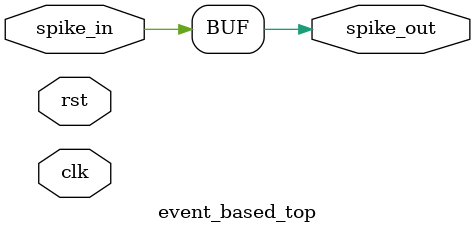
<source format=v>
`timescale 1ns / 1ps
module event_based_top
(
    input wire clk,
    input wire rst,
    input wire spike_in,
    output reg spike_out
);

always @(spike_in) begin
    spike_out = spike_in;
end

endmodule
</source>
